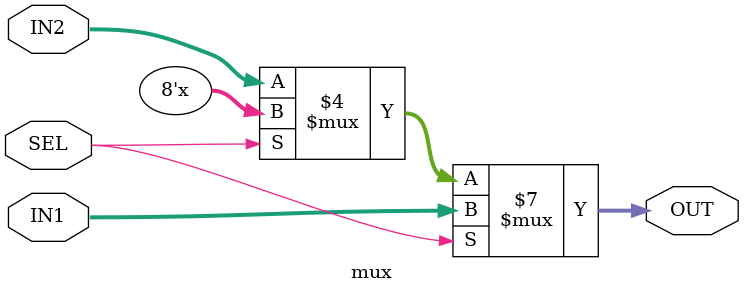
<source format=sv>
`timescale 1ns / 1ns

module mux(IN1, IN2, OUT, SEL);
    parameter SIZE = 8;
    
    input [SIZE - 1:0] IN1;
    input [SIZE - 1:0] IN2;
    input SEL;
    
    output reg [SIZE - 1:0] OUT;
    
    // Although SEL will be either 0 or 1 in this RISC-Y, 
    // Added the last statement so I will know if there's an error instead of defaulting it to one of the options.
    always @(IN1, IN2, SEL)
    begin
        if(SEL)
            OUT <= IN1;
        else if(!SEL)
            OUT <= IN2;
        else
            OUT <= 8'bz;
    end

endmodule

</source>
